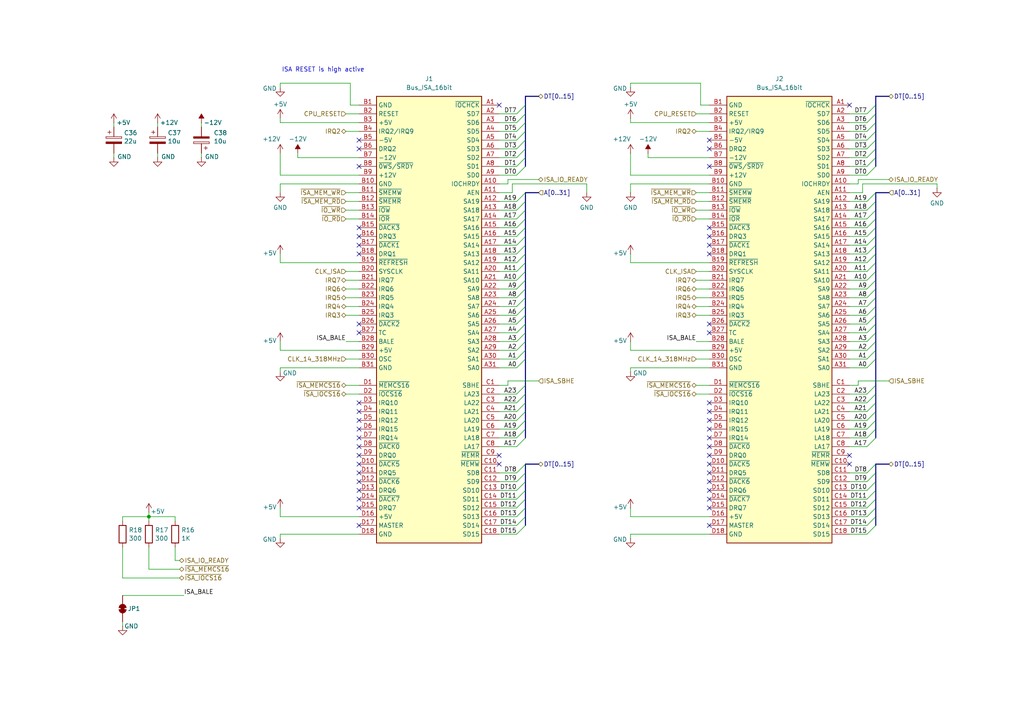
<source format=kicad_sch>
(kicad_sch (version 20250114) (generator "eeschema") (generator_version "9.0")
  (paper "A4")
  (title_block (title "486 Homebrew Computer") (date "2025-12-15") (rev "1 (sch 2.0)") (company "maniek86.xyz"))
  (lib_symbols
    (symbol "Device:C_Polarized" (pin_numbers (hide yes)) (pin_names (offset 0.254))
      (property "Reference" "C" (at 0.635 2.54 0))
      (property "Value" "C_Polarized" (at 0.635 -2.54 0))
      (symbol "C_Polarized_0_1"
        (rectangle (start -2.286 0.508) (end 2.286 1.016))
        (polyline (pts (xy -1.778 2.286) (xy -0.762 2.286)))
        (polyline (pts (xy -1.27 2.794) (xy -1.27 1.778)))
        (rectangle (start 2.286 -0.508) (end -2.286 -1.016) (fill (type outline)))
      )
      (symbol "C_Polarized_1_1"
        (pin passive line (at 0 3.81 270) (length 2.794) (name "~") (number "1"))
        (pin passive line (at 0 -3.81 90) (length 2.794) (name "~") (number "2"))
      )
    )
    (symbol "Device:R" (pin_numbers (hide yes)) (pin_names (offset 0))
      (property "Reference" "R" (at 2.032 0 90))
      (property "Value" "R" (at 0 0 90))
      (symbol "R_0_1"
        (rectangle (start -1.016 -2.54) (end 1.016 2.54) (stroke (width 0.254)))
      )
      (symbol "R_1_1"
        (pin passive line (at 0 3.81 270) (length 1.27) (name "~") (number "1"))
        (pin passive line (at 0 -3.81 90) (length 1.27) (name "~") (number "2"))
      )
    )
    (symbol "Jumper:SolderJumper_2_Bridged" (pin_numbers (hide yes)) (pin_names (offset 0) (hide yes)) (in_bom no)
      (property "Reference" "JP" (at 0 2.032 0))
      (property "Value" "SolderJumper_2_Bridged" (at 0 -2.54 0))
      (symbol "SolderJumper_2_Bridged_0_1"
        (rectangle (start -0.508 0.508) (end 0.508 -0.508) (fill (type outline)))
        (polyline (pts (xy -0.254 1.016) (xy -0.254 -1.016)))
        (arc (start -0.254 -1.016) (mid -1.2656 0) (end -0.254 1.016))
        (arc (start -0.254 -1.016) (mid -1.2656 0) (end -0.254 1.016) (fill (type outline)))
        (arc (start 0.254 1.016) (mid 1.2656 0) (end 0.254 -1.016))
        (arc (start 0.254 1.016) (mid 1.2656 0) (end 0.254 -1.016) (fill (type outline)))
        (polyline (pts (xy 0.254 1.016) (xy 0.254 -1.016)))
      )
      (symbol "SolderJumper_2_Bridged_1_1"
        (pin passive line (at -3.81 0 0) (length 2.54) (name "A") (number "1"))
        (pin passive line (at 3.81 0 180) (length 2.54) (name "B") (number "2"))
      )
    )
    (symbol "power:+12V" (power) (pin_numbers (hide yes)) (pin_names (offset 0) (hide yes))
      (property "Value" "+12V" (at 0 3.556 0))
      (symbol "+12V_0_1"
        (polyline (pts (xy -0.762 1.27) (xy 0 2.54)))
        (polyline (pts (xy 0 2.54) (xy 0.762 1.27)))
        (polyline (pts (xy 0 0) (xy 0 2.54)))
      )
      (symbol "+12V_1_1"
        (pin power_in line (at 0 0 90) (length 0) (name "~") (number "1"))
      )
    )
    (symbol "power:+5V" (power) (pin_numbers (hide yes)) (pin_names (offset 0) (hide yes))
      (property "Value" "+5V" (at 0 3.556 0))
      (symbol "+5V_0_1"
        (polyline (pts (xy -0.762 1.27) (xy 0 2.54)))
        (polyline (pts (xy 0 2.54) (xy 0.762 1.27)))
        (polyline (pts (xy 0 0) (xy 0 2.54)))
      )
      (symbol "+5V_1_1"
        (pin power_in line (at 0 0 90) (length 0) (name "~") (number "1"))
      )
    )
    (symbol "power:-12V" (power) (pin_numbers (hide yes)) (pin_names (offset 0) (hide yes))
      (property "Value" "-12V" (at 0 3.556 0))
      (symbol "-12V_0_0"
        (pin power_in line (at 0 0 90) (length 0) (name "~") (number "1"))
      )
      (symbol "-12V_0_1"
        (polyline (pts (xy 0 0) (xy 0 1.27) (xy 0.762 1.27) (xy 0 2.54) (xy -0.762 1.27) (xy 0 1.27)) (fill (type outline)))
      )
    )
    (symbol "power:GND" (power) (pin_numbers (hide yes)) (pin_names (offset 0) (hide yes))
      (property "Value" "GND" (at 0 -3.81 0))
      (symbol "GND_0_1"
        (polyline (pts (xy 0 0) (xy 0 -1.27) (xy 1.27 -1.27) (xy 0 -2.54) (xy -1.27 -1.27) (xy 0 -1.27)))
      )
      (symbol "GND_1_1"
        (pin power_in line (at 0 0 270) (length 0) (name "~") (number "1"))
      )
    )
    (symbol "sbc486_additional:Bus_ISA_16bit_Slot"
      (property "Reference" "J" (at 0 71.12 0))
      (property "Value" "Bus_ISA_16bit" (at 0 68.58 0))
      (symbol "Bus_ISA_16bit_Slot_0_1"
        (rectangle (start -15.24 -63.5) (end 15.24 66.04) (stroke (width 0.254)) (fill (type background)))
      )
      (symbol "Bus_ISA_16bit_Slot_1_1"
        (pin power_in line (at -20.32 63.5 0) (length 5.08) (name "GND") (number "B1"))
        (pin input line (at -20.32 60.96 0) (length 5.08) (name "RESET") (number "B2"))
        (pin power_in line (at -20.32 58.42 0) (length 5.08) (name "+5V") (number "B3"))
        (pin open_collector line (at -20.32 55.88 0) (length 5.08) (name "IRQ2/IRQ9") (number "B4"))
        (pin power_in line (at -20.32 53.34 0) (length 5.08) (name "-5V") (number "B5"))
        (pin output line (at -20.32 50.8 0) (length 5.08) (name "DRQ2") (number "B6"))
        (pin power_in line (at -20.32 48.26 0) (length 5.08) (name "-12V") (number "B7"))
        (pin passive line (at -20.32 45.72 0) (length 5.08) (name "~{0WS}/~{SRDY}") (number "B8"))
        (pin power_in line (at -20.32 43.18 0) (length 5.08) (name "+12V") (number "B9"))
        (pin power_in line (at -20.32 40.64 0) (length 5.08) (name "GND") (number "B10"))
        (pin tri_state line (at -20.32 38.1 0) (length 5.08) (name "~{SMEMW}") (number "B11"))
        (pin tri_state line (at -20.32 35.56 0) (length 5.08) (name "~{SMEMR}") (number "B12"))
        (pin tri_state line (at -20.32 33.02 0) (length 5.08) (name "~{IOW}") (number "B13"))
        (pin tri_state line (at -20.32 30.48 0) (length 5.08) (name "~{IOR}") (number "B14"))
        (pin input line (at -20.32 27.94 0) (length 5.08) (name "~{DACK3}") (number "B15"))
        (pin output line (at -20.32 25.4 0) (length 5.08) (name "DRQ3") (number "B16"))
        (pin input line (at -20.32 22.86 0) (length 5.08) (name "~{DACK1}") (number "B17"))
        (pin output line (at -20.32 20.32 0) (length 5.08) (name "DRQ1") (number "B18"))
        (pin passive line (at -20.32 17.78 0) (length 5.08) (name "~{REFRESH}") (number "B19"))
        (pin input line (at -20.32 15.24 0) (length 5.08) (name "SYSCLK") (number "B20"))
        (pin open_collector line (at -20.32 12.7 0) (length 5.08) (name "IRQ7") (number "B21"))
        (pin open_collector line (at -20.32 10.16 0) (length 5.08) (name "IRQ6") (number "B22"))
        (pin open_collector line (at -20.32 7.62 0) (length 5.08) (name "IRQ5") (number "B23"))
        (pin open_collector line (at -20.32 5.08 0) (length 5.08) (name "IRQ4") (number "B24"))
        (pin open_collector line (at -20.32 2.54 0) (length 5.08) (name "IRQ3") (number "B25"))
        (pin input line (at -20.32 0 0) (length 5.08) (name "~{DACK2}") (number "B26"))
        (pin input line (at -20.32 -2.54 0) (length 5.08) (name "TC") (number "B27"))
        (pin tri_state line (at -20.32 -5.08 0) (length 5.08) (name "BALE") (number "B28"))
        (pin power_in line (at -20.32 -7.62 0) (length 5.08) (name "+5V") (number "B29"))
        (pin input line (at -20.32 -10.16 0) (length 5.08) (name "OSC") (number "B30"))
        (pin power_in line (at -20.32 -12.7 0) (length 5.08) (name "GND") (number "B31"))
        (pin open_collector line (at -20.32 -17.78 0) (length 5.08) (name "~{MEMCS16}") (number "D1"))
        (pin open_collector line (at -20.32 -20.32 0) (length 5.08) (name "~{IOCS16}") (number "D2"))
        (pin open_collector line (at -20.32 -22.86 0) (length 5.08) (name "IRQ10") (number "D3"))
        (pin open_collector line (at -20.32 -25.4 0) (length 5.08) (name "IRQ11") (number "D4"))
        (pin open_collector line (at -20.32 -27.94 0) (length 5.08) (name "IRQ12") (number "D5"))
        (pin open_collector line (at -20.32 -30.48 0) (length 5.08) (name "IRQ15") (number "D6"))
        (pin open_collector line (at -20.32 -33.02 0) (length 5.08) (name "IRQ14") (number "D7"))
        (pin input line (at -20.32 -35.56 0) (length 5.08) (name "~{DACK0}") (number "D8"))
        (pin output line (at -20.32 -38.1 0) (length 5.08) (name "DRQ0") (number "D9"))
        (pin input line (at -20.32 -40.64 0) (length 5.08) (name "~{DACK5}") (number "D10"))
        (pin output line (at -20.32 -43.18 0) (length 5.08) (name "DRQ5") (number "D11"))
        (pin input line (at -20.32 -45.72 0) (length 5.08) (name "~{DACK6}") (number "D12"))
        (pin output line (at -20.32 -48.26 0) (length 5.08) (name "DRQ6") (number "D13"))
        (pin input line (at -20.32 -50.8 0) (length 5.08) (name "~{DACK7}") (number "D14"))
        (pin output line (at -20.32 -53.34 0) (length 5.08) (name "DRQ7") (number "D15"))
        (pin power_in line (at -20.32 -55.88 0) (length 5.08) (name "+5V") (number "D16"))
        (pin open_collector line (at -20.32 -58.42 0) (length 5.08) (name "MASTER") (number "D17"))
        (pin power_in line (at -20.32 -60.96 0) (length 5.08) (name "GND") (number "D18"))
        (pin open_collector line (at 20.32 63.5 180) (length 5.08) (name "~{IOCHCK}") (number "A1"))
        (pin tri_state line (at 20.32 60.96 180) (length 5.08) (name "SD7") (number "A2"))
        (pin tri_state line (at 20.32 58.42 180) (length 5.08) (name "SD6") (number "A3"))
        (pin tri_state line (at 20.32 55.88 180) (length 5.08) (name "SD5") (number "A4"))
        (pin tri_state line (at 20.32 53.34 180) (length 5.08) (name "SD4") (number "A5"))
        (pin tri_state line (at 20.32 50.8 180) (length 5.08) (name "SD3") (number "A6"))
        (pin tri_state line (at 20.32 48.26 180) (length 5.08) (name "SD2") (number "A7"))
        (pin tri_state line (at 20.32 45.72 180) (length 5.08) (name "SD1") (number "A8"))
        (pin tri_state line (at 20.32 43.18 180) (length 5.08) (name "SD0") (number "A9"))
        (pin open_collector line (at 20.32 40.64 180) (length 5.08) (name "IOCHRDY") (number "A10"))
        (pin input line (at 20.32 38.1 180) (length 5.08) (name "AEN") (number "A11"))
        (pin tri_state line (at 20.32 35.56 180) (length 5.08) (name "SA19") (number "A12"))
        (pin tri_state line (at 20.32 33.02 180) (length 5.08) (name "SA18") (number "A13"))
        (pin tri_state line (at 20.32 30.48 180) (length 5.08) (name "SA17") (number "A14"))
        (pin tri_state line (at 20.32 27.94 180) (length 5.08) (name "SA16") (number "A15"))
        (pin tri_state line (at 20.32 25.4 180) (length 5.08) (name "SA15") (number "A16"))
        (pin tri_state line (at 20.32 22.86 180) (length 5.08) (name "SA14") (number "A17"))
        (pin tri_state line (at 20.32 20.32 180) (length 5.08) (name "SA13") (number "A18"))
        (pin tri_state line (at 20.32 17.78 180) (length 5.08) (name "SA12") (number "A19"))
        (pin tri_state line (at 20.32 15.24 180) (length 5.08) (name "SA11") (number "A20"))
        (pin tri_state line (at 20.32 12.7 180) (length 5.08) (name "SA10") (number "A21"))
        (pin tri_state line (at 20.32 10.16 180) (length 5.08) (name "SA9") (number "A22"))
        (pin tri_state line (at 20.32 7.62 180) (length 5.08) (name "SA8") (number "A23"))
        (pin tri_state line (at 20.32 5.08 180) (length 5.08) (name "SA7") (number "A24"))
        (pin tri_state line (at 20.32 2.54 180) (length 5.08) (name "SA6") (number "A25"))
        (pin tri_state line (at 20.32 0 180) (length 5.08) (name "SA5") (number "A26"))
        (pin tri_state line (at 20.32 -2.54 180) (length 5.08) (name "SA4") (number "A27"))
        (pin tri_state line (at 20.32 -5.08 180) (length 5.08) (name "SA3") (number "A28"))
        (pin tri_state line (at 20.32 -7.62 180) (length 5.08) (name "SA2") (number "A29"))
        (pin tri_state line (at 20.32 -10.16 180) (length 5.08) (name "SA1") (number "A30"))
        (pin tri_state line (at 20.32 -12.7 180) (length 5.08) (name "SA0") (number "A31"))
        (pin tri_state line (at 20.32 -17.78 180) (length 5.08) (name "SBHE") (number "C1"))
        (pin tri_state line (at 20.32 -20.32 180) (length 5.08) (name "LA23") (number "C2"))
        (pin tri_state line (at 20.32 -22.86 180) (length 5.08) (name "LA22") (number "C3"))
        (pin tri_state line (at 20.32 -25.4 180) (length 5.08) (name "LA21") (number "C4"))
        (pin tri_state line (at 20.32 -27.94 180) (length 5.08) (name "LA20") (number "C5"))
        (pin tri_state line (at 20.32 -30.48 180) (length 5.08) (name "LA19") (number "C6"))
        (pin tri_state line (at 20.32 -33.02 180) (length 5.08) (name "LA18") (number "C7"))
        (pin tri_state line (at 20.32 -35.56 180) (length 5.08) (name "LA17") (number "C8"))
        (pin tri_state line (at 20.32 -38.1 180) (length 5.08) (name "~{MEMR}") (number "C9"))
        (pin tri_state line (at 20.32 -40.64 180) (length 5.08) (name "~{MEMW}") (number "C10"))
        (pin tri_state line (at 20.32 -43.18 180) (length 5.08) (name "SD8") (number "C11"))
        (pin tri_state line (at 20.32 -45.72 180) (length 5.08) (name "SD9") (number "C12"))
        (pin tri_state line (at 20.32 -48.26 180) (length 5.08) (name "SD10") (number "C13"))
        (pin tri_state line (at 20.32 -50.8 180) (length 5.08) (name "SD11") (number "C14"))
        (pin tri_state line (at 20.32 -53.34 180) (length 5.08) (name "SD12") (number "C15"))
        (pin tri_state line (at 20.32 -55.88 180) (length 5.08) (name "SD13") (number "C16"))
        (pin tri_state line (at 20.32 -58.42 180) (length 5.08) (name "SD14") (number "C17"))
        (pin tri_state line (at 20.32 -60.96 180) (length 5.08) (name "SD15") (number "C18"))
      )
    )
  )
  (text "ISA RESET is high active" (at 93.726 20.32 0) (effects (font (size 1.27 1.27))))
  (junction (at 43.18 149.86))
  (no_connect (at 144.78 134.62))
  (no_connect (at 205.74 68.58))
  (no_connect (at 104.14 68.58))
  (no_connect (at 205.74 116.84))
  (no_connect (at 205.74 134.62))
  (no_connect (at 104.14 71.12))
  (no_connect (at 104.14 152.4))
  (no_connect (at 205.74 93.98))
  (no_connect (at 104.14 144.78))
  (no_connect (at 205.74 119.38))
  (no_connect (at 205.74 73.66))
  (no_connect (at 104.14 137.16))
  (no_connect (at 144.78 30.48))
  (no_connect (at 104.14 147.32))
  (no_connect (at 205.74 43.18))
  (no_connect (at 205.74 132.08))
  (no_connect (at 205.74 121.92))
  (no_connect (at 104.14 119.38))
  (no_connect (at 104.14 129.54))
  (no_connect (at 246.38 134.62))
  (no_connect (at 104.14 93.98))
  (no_connect (at 104.14 40.64))
  (no_connect (at 205.74 71.12))
  (no_connect (at 205.74 139.7))
  (no_connect (at 205.74 40.64))
  (no_connect (at 104.14 48.26))
  (no_connect (at 246.38 30.48))
  (no_connect (at 205.74 147.32))
  (no_connect (at 205.74 124.46))
  (no_connect (at 104.14 142.24))
  (no_connect (at 205.74 137.16))
  (no_connect (at 205.74 129.54))
  (no_connect (at 104.14 116.84))
  (no_connect (at 144.78 132.08))
  (no_connect (at 104.14 132.08))
  (no_connect (at 104.14 96.52))
  (no_connect (at 205.74 142.24))
  (no_connect (at 205.74 66.04))
  (no_connect (at 104.14 139.7))
  (no_connect (at 205.74 48.26))
  (no_connect (at 104.14 134.62))
  (no_connect (at 104.14 66.04))
  (no_connect (at 104.14 124.46))
  (no_connect (at 205.74 96.52))
  (no_connect (at 246.38 132.08))
  (no_connect (at 104.14 43.18))
  (no_connect (at 104.14 73.66))
  (no_connect (at 205.74 152.4))
  (no_connect (at 205.74 127))
  (no_connect (at 104.14 127))
  (no_connect (at 104.14 121.92))
  (no_connect (at 205.74 144.78))
  (bus_entry (at 149.86 121.92) (size 2.54 -2.54))
  (bus_entry (at 251.46 78.74) (size 2.54 -2.54))
  (bus_entry (at 149.86 76.2) (size 2.54 -2.54))
  (bus_entry (at 149.86 40.64) (size 2.54 -2.54))
  (bus_entry (at 149.86 99.06) (size 2.54 -2.54))
  (bus_entry (at 251.46 152.4) (size 2.54 -2.54))
  (bus_entry (at 149.86 124.46) (size 2.54 -2.54))
  (bus_entry (at 251.46 142.24) (size 2.54 -2.54))
  (bus_entry (at 251.46 91.44) (size 2.54 -2.54))
  (bus_entry (at 251.46 83.82) (size 2.54 -2.54))
  (bus_entry (at 149.86 66.04) (size 2.54 -2.54))
  (bus_entry (at 251.46 106.68) (size 2.54 -2.54))
  (bus_entry (at 149.86 154.94) (size 2.54 -2.54))
  (bus_entry (at 251.46 76.2) (size 2.54 -2.54))
  (bus_entry (at 149.86 83.82) (size 2.54 -2.54))
  (bus_entry (at 251.46 93.98) (size 2.54 -2.54))
  (bus_entry (at 149.86 142.24) (size 2.54 -2.54))
  (bus_entry (at 251.46 139.7) (size 2.54 -2.54))
  (bus_entry (at 251.46 73.66) (size 2.54 -2.54))
  (bus_entry (at 251.46 129.54) (size 2.54 -2.54))
  (bus_entry (at 149.86 81.28) (size 2.54 -2.54))
  (bus_entry (at 251.46 50.8) (size 2.54 -2.54))
  (bus_entry (at 149.86 58.42) (size 2.54 -2.54))
  (bus_entry (at 149.86 101.6) (size 2.54 -2.54))
  (bus_entry (at 251.46 60.96) (size 2.54 -2.54))
  (bus_entry (at 251.46 38.1) (size 2.54 -2.54))
  (bus_entry (at 149.86 60.96) (size 2.54 -2.54))
  (bus_entry (at 251.46 68.58) (size 2.54 -2.54))
  (bus_entry (at 149.86 86.36) (size 2.54 -2.54))
  (bus_entry (at 251.46 101.6) (size 2.54 -2.54))
  (bus_entry (at 251.46 121.92) (size 2.54 -2.54))
  (bus_entry (at 251.46 35.56) (size 2.54 -2.54))
  (bus_entry (at 149.86 35.56) (size 2.54 -2.54))
  (bus_entry (at 149.86 78.74) (size 2.54 -2.54))
  (bus_entry (at 251.46 96.52) (size 2.54 -2.54))
  (bus_entry (at 251.46 40.64) (size 2.54 -2.54))
  (bus_entry (at 251.46 119.38) (size 2.54 -2.54))
  (bus_entry (at 149.86 68.58) (size 2.54 -2.54))
  (bus_entry (at 149.86 139.7) (size 2.54 -2.54))
  (bus_entry (at 251.46 45.72) (size 2.54 -2.54))
  (bus_entry (at 149.86 104.14) (size 2.54 -2.54))
  (bus_entry (at 251.46 71.12) (size 2.54 -2.54))
  (bus_entry (at 149.86 45.72) (size 2.54 -2.54))
  (bus_entry (at 251.46 124.46) (size 2.54 -2.54))
  (bus_entry (at 251.46 86.36) (size 2.54 -2.54))
  (bus_entry (at 149.86 91.44) (size 2.54 -2.54))
  (bus_entry (at 251.46 137.16) (size 2.54 -2.54))
  (bus_entry (at 149.86 106.68) (size 2.54 -2.54))
  (bus_entry (at 149.86 149.86) (size 2.54 -2.54))
  (bus_entry (at 251.46 127) (size 2.54 -2.54))
  (bus_entry (at 149.86 127) (size 2.54 -2.54))
  (bus_entry (at 251.46 88.9) (size 2.54 -2.54))
  (bus_entry (at 251.46 147.32) (size 2.54 -2.54))
  (bus_entry (at 149.86 93.98) (size 2.54 -2.54))
  (bus_entry (at 149.86 116.84) (size 2.54 -2.54))
  (bus_entry (at 149.86 96.52) (size 2.54 -2.54))
  (bus_entry (at 149.86 147.32) (size 2.54 -2.54))
  (bus_entry (at 251.46 104.14) (size 2.54 -2.54))
  (bus_entry (at 251.46 149.86) (size 2.54 -2.54))
  (bus_entry (at 251.46 99.06) (size 2.54 -2.54))
  (bus_entry (at 251.46 144.78) (size 2.54 -2.54))
  (bus_entry (at 251.46 154.94) (size 2.54 -2.54))
  (bus_entry (at 149.86 43.18) (size 2.54 -2.54))
  (bus_entry (at 251.46 114.3) (size 2.54 -2.54))
  (bus_entry (at 251.46 43.18) (size 2.54 -2.54))
  (bus_entry (at 251.46 58.42) (size 2.54 -2.54))
  (bus_entry (at 251.46 48.26) (size 2.54 -2.54))
  (bus_entry (at 149.86 114.3) (size 2.54 -2.54))
  (bus_entry (at 149.86 137.16) (size 2.54 -2.54))
  (bus_entry (at 149.86 50.8) (size 2.54 -2.54))
  (bus_entry (at 149.86 71.12) (size 2.54 -2.54))
  (bus_entry (at 251.46 116.84) (size 2.54 -2.54))
  (bus_entry (at 251.46 33.02) (size 2.54 -2.54))
  (bus_entry (at 149.86 119.38) (size 2.54 -2.54))
  (bus_entry (at 149.86 88.9) (size 2.54 -2.54))
  (bus_entry (at 149.86 144.78) (size 2.54 -2.54))
  (bus_entry (at 251.46 66.04) (size 2.54 -2.54))
  (bus_entry (at 149.86 38.1) (size 2.54 -2.54))
  (bus_entry (at 149.86 63.5) (size 2.54 -2.54))
  (bus_entry (at 149.86 48.26) (size 2.54 -2.54))
  (bus_entry (at 149.86 129.54) (size 2.54 -2.54))
  (bus_entry (at 149.86 73.66) (size 2.54 -2.54))
  (bus_entry (at 149.86 152.4) (size 2.54 -2.54))
  (bus_entry (at 149.86 33.02) (size 2.54 -2.54))
  (bus_entry (at 251.46 63.5) (size 2.54 -2.54))
  (bus_entry (at 251.46 81.28) (size 2.54 -2.54))
  (bus (pts (xy 152.4 149.86) (xy 152.4 152.4)))
  (wire (pts (xy 104.14 58.42) (xy 100.33 58.42)))
  (bus (pts (xy 254 111.76) (xy 254 114.3)))
  (bus (pts (xy 254 134.62) (xy 254 137.16)))
  (wire (pts (xy 250.19 53.34) (xy 250.19 55.88)))
  (wire (pts (xy 100.33 114.3) (xy 104.14 114.3)))
  (wire (pts (xy 246.38 152.4) (xy 251.46 152.4)))
  (wire (pts (xy 170.18 55.88) (xy 170.18 53.34)))
  (wire (pts (xy 100.33 86.36) (xy 104.14 86.36)))
  (wire (pts (xy 144.78 60.96) (xy 149.86 60.96)))
  (wire (pts (xy 81.28 73.66) (xy 81.28 76.2)))
  (bus (pts (xy 254 147.32) (xy 254 149.86)))
  (wire (pts (xy 81.28 156.21) (xy 81.28 154.94)))
  (wire (pts (xy 148.59 53.34) (xy 148.59 55.88)))
  (wire (pts (xy 205.74 35.56) (xy 182.88 35.56)))
  (bus (pts (xy 152.4 93.98) (xy 152.4 91.44)))
  (bus (pts (xy 152.4 71.12) (xy 152.4 68.58)))
  (wire (pts (xy 104.14 63.5) (xy 100.33 63.5)))
  (wire (pts (xy 144.78 116.84) (xy 149.86 116.84)))
  (bus (pts (xy 152.4 116.84) (xy 152.4 119.38)))
  (wire (pts (xy 205.74 78.74) (xy 201.93 78.74)))
  (wire (pts (xy 248.92 52.07) (xy 257.81 52.07)))
  (wire (pts (xy 246.38 121.92) (xy 251.46 121.92)))
  (wire (pts (xy 205.74 30.48) (xy 203.2 30.48)))
  (wire (pts (xy 35.56 180.34) (xy 35.56 181.61)))
  (wire (pts (xy 81.28 53.34) (xy 104.14 53.34)))
  (bus (pts (xy 254 124.46) (xy 254 127)))
  (wire (pts (xy 246.38 35.56) (xy 251.46 35.56)))
  (wire (pts (xy 52.07 162.56) (xy 50.8 162.56)))
  (wire (pts (xy 147.32 110.49) (xy 156.21 110.49)))
  (wire (pts (xy 246.38 68.58) (xy 251.46 68.58)))
  (bus (pts (xy 152.4 30.48) (xy 152.4 33.02)))
  (wire (pts (xy 246.38 144.78) (xy 251.46 144.78)))
  (bus (pts (xy 152.4 68.58) (xy 152.4 66.04)))
  (wire (pts (xy 182.88 154.94) (xy 205.74 154.94)))
  (wire (pts (xy 104.14 35.56) (xy 81.28 35.56)))
  (wire (pts (xy 104.14 55.88) (xy 100.33 55.88)))
  (wire (pts (xy 182.88 44.45) (xy 182.88 50.8)))
  (bus (pts (xy 254 76.2) (xy 254 73.66)))
  (wire (pts (xy 45.72 44.45) (xy 45.72 45.72)))
  (wire (pts (xy 246.38 48.26) (xy 251.46 48.26)))
  (wire (pts (xy 101.6 24.13) (xy 81.28 24.13)))
  (wire (pts (xy 246.38 142.24) (xy 251.46 142.24)))
  (wire (pts (xy 246.38 116.84) (xy 251.46 116.84)))
  (wire (pts (xy 58.42 44.45) (xy 58.42 45.72)))
  (wire (pts (xy 100.33 104.14) (xy 104.14 104.14)))
  (wire (pts (xy 50.8 158.75) (xy 50.8 162.56)))
  (wire (pts (xy 205.74 55.88) (xy 201.93 55.88)))
  (wire (pts (xy 182.88 50.8) (xy 205.74 50.8)))
  (wire (pts (xy 248.92 111.76) (xy 248.92 110.49)))
  (wire (pts (xy 147.32 53.34) (xy 147.32 52.07)))
  (wire (pts (xy 104.14 60.96) (xy 100.33 60.96)))
  (wire (pts (xy 144.78 38.1) (xy 149.86 38.1)))
  (wire (pts (xy 144.78 40.64) (xy 149.86 40.64)))
  (wire (pts (xy 144.78 152.4) (xy 149.86 152.4)))
  (wire (pts (xy 246.38 129.54) (xy 251.46 129.54)))
  (bus (pts (xy 254 35.56) (xy 254 38.1)))
  (wire (pts (xy 246.38 43.18) (xy 251.46 43.18)))
  (wire (pts (xy 144.78 35.56) (xy 149.86 35.56)))
  (wire (pts (xy 182.88 101.6) (xy 205.74 101.6)))
  (bus (pts (xy 254 81.28) (xy 254 78.74)))
  (wire (pts (xy 144.78 114.3) (xy 149.86 114.3)))
  (wire (pts (xy 246.38 66.04) (xy 251.46 66.04)))
  (wire (pts (xy 246.38 81.28) (xy 251.46 81.28)))
  (wire (pts (xy 246.38 63.5) (xy 251.46 63.5)))
  (bus (pts (xy 254 137.16) (xy 254 139.7)))
  (wire (pts (xy 144.78 139.7) (xy 149.86 139.7)))
  (wire (pts (xy 100.33 111.76) (xy 104.14 111.76)))
  (wire (pts (xy 182.88 53.34) (xy 205.74 53.34)))
  (wire (pts (xy 81.28 50.8) (xy 104.14 50.8)))
  (bus (pts (xy 152.4 78.74) (xy 152.4 76.2)))
  (wire (pts (xy 35.56 151.13) (xy 35.56 149.86)))
  (wire (pts (xy 246.38 111.76) (xy 248.92 111.76)))
  (wire (pts (xy 100.33 99.06) (xy 104.14 99.06)))
  (wire (pts (xy 246.38 38.1) (xy 251.46 38.1)))
  (wire (pts (xy 144.78 88.9) (xy 149.86 88.9)))
  (bus (pts (xy 152.4 147.32) (xy 152.4 149.86)))
  (bus (pts (xy 254 27.94) (xy 254 30.48)))
  (wire (pts (xy 144.78 119.38) (xy 149.86 119.38)))
  (wire (pts (xy 246.38 45.72) (xy 251.46 45.72)))
  (wire (pts (xy 35.56 167.64) (xy 52.07 167.64)))
  (wire (pts (xy 205.74 58.42) (xy 201.93 58.42)))
  (wire (pts (xy 81.28 107.95) (xy 81.28 106.68)))
  (wire (pts (xy 144.78 147.32) (xy 149.86 147.32)))
  (bus (pts (xy 257.81 27.94) (xy 254 27.94)))
  (wire (pts (xy 182.88 24.13) (xy 182.88 25.4)))
  (bus (pts (xy 254 104.14) (xy 254 111.76)))
  (bus (pts (xy 254 33.02) (xy 254 35.56)))
  (bus (pts (xy 254 30.48) (xy 254 33.02)))
  (bus (pts (xy 254 78.74) (xy 254 76.2)))
  (bus (pts (xy 254 86.36) (xy 254 83.82)))
  (bus (pts (xy 152.4 134.62) (xy 152.4 137.16)))
  (wire (pts (xy 144.78 137.16) (xy 149.86 137.16)))
  (wire (pts (xy 144.78 127) (xy 149.86 127)))
  (bus (pts (xy 152.4 91.44) (xy 152.4 88.9)))
  (wire (pts (xy 144.78 78.74) (xy 149.86 78.74)))
  (wire (pts (xy 81.28 76.2) (xy 104.14 76.2)))
  (wire (pts (xy 147.32 52.07) (xy 156.21 52.07)))
  (wire (pts (xy 201.93 114.3) (xy 205.74 114.3)))
  (wire (pts (xy 81.28 34.29) (xy 81.28 35.56)))
  (wire (pts (xy 182.88 106.68) (xy 205.74 106.68)))
  (wire (pts (xy 104.14 38.1) (xy 100.33 38.1)))
  (wire (pts (xy 246.38 71.12) (xy 251.46 71.12)))
  (wire (pts (xy 182.88 76.2) (xy 205.74 76.2)))
  (wire (pts (xy 182.88 99.06) (xy 182.88 101.6)))
  (wire (pts (xy 144.78 66.04) (xy 149.86 66.04)))
  (bus (pts (xy 254 149.86) (xy 254 152.4)))
  (wire (pts (xy 201.93 86.36) (xy 205.74 86.36)))
  (wire (pts (xy 246.38 154.94) (xy 251.46 154.94)))
  (bus (pts (xy 152.4 111.76) (xy 152.4 114.3)))
  (bus (pts (xy 254 104.14) (xy 254 101.6)))
  (wire (pts (xy 81.28 101.6) (xy 104.14 101.6)))
  (wire (pts (xy 246.38 101.6) (xy 251.46 101.6)))
  (wire (pts (xy 33.02 35.56) (xy 33.02 36.83)))
  (bus (pts (xy 152.4 45.72) (xy 152.4 48.26)))
  (wire (pts (xy 104.14 78.74) (xy 100.33 78.74)))
  (wire (pts (xy 144.78 71.12) (xy 149.86 71.12)))
  (wire (pts (xy 100.33 33.02) (xy 104.14 33.02)))
  (wire (pts (xy 182.88 73.66) (xy 182.88 76.2)))
  (wire (pts (xy 144.78 68.58) (xy 149.86 68.58)))
  (wire (pts (xy 33.02 44.45) (xy 33.02 45.72)))
  (wire (pts (xy 81.28 149.86) (xy 81.28 147.32)))
  (wire (pts (xy 43.18 158.75) (xy 43.18 165.1)))
  (bus (pts (xy 254 60.96) (xy 254 58.42)))
  (wire (pts (xy 144.78 81.28) (xy 149.86 81.28)))
  (wire (pts (xy 246.38 60.96) (xy 251.46 60.96)))
  (wire (pts (xy 81.28 24.13) (xy 81.28 25.4)))
  (wire (pts (xy 246.38 53.34) (xy 248.92 53.34)))
  (wire (pts (xy 86.36 45.72) (xy 86.36 44.45)))
  (wire (pts (xy 246.38 99.06) (xy 251.46 99.06)))
  (wire (pts (xy 147.32 111.76) (xy 147.32 110.49)))
  (wire (pts (xy 201.93 33.02) (xy 205.74 33.02)))
  (wire (pts (xy 246.38 96.52) (xy 251.46 96.52)))
  (bus (pts (xy 152.4 60.96) (xy 152.4 58.42)))
  (wire (pts (xy 205.74 63.5) (xy 201.93 63.5)))
  (wire (pts (xy 144.78 124.46) (xy 149.86 124.46)))
  (wire (pts (xy 250.19 53.34) (xy 271.78 53.34)))
  (bus (pts (xy 254 71.12) (xy 254 68.58)))
  (bus (pts (xy 254 55.88) (xy 257.81 55.88)))
  (wire (pts (xy 182.88 107.95) (xy 182.88 106.68)))
  (wire (pts (xy 246.38 76.2) (xy 251.46 76.2)))
  (wire (pts (xy 81.28 99.06) (xy 81.28 101.6)))
  (wire (pts (xy 144.78 154.94) (xy 149.86 154.94)))
  (wire (pts (xy 144.78 73.66) (xy 149.86 73.66)))
  (wire (pts (xy 187.96 45.72) (xy 187.96 44.45)))
  (bus (pts (xy 254 40.64) (xy 254 43.18)))
  (wire (pts (xy 43.18 149.86) (xy 50.8 149.86)))
  (wire (pts (xy 100.33 83.82) (xy 104.14 83.82)))
  (wire (pts (xy 144.78 101.6) (xy 149.86 101.6)))
  (wire (pts (xy 144.78 45.72) (xy 149.86 45.72)))
  (wire (pts (xy 144.78 106.68) (xy 149.86 106.68)))
  (wire (pts (xy 201.93 91.44) (xy 205.74 91.44)))
  (wire (pts (xy 144.78 96.52) (xy 149.86 96.52)))
  (wire (pts (xy 144.78 144.78) (xy 149.86 144.78)))
  (wire (pts (xy 35.56 158.75) (xy 35.56 167.64)))
  (wire (pts (xy 182.88 53.34) (xy 182.88 55.88)))
  (wire (pts (xy 144.78 93.98) (xy 149.86 93.98)))
  (wire (pts (xy 100.33 91.44) (xy 104.14 91.44)))
  (bus (pts (xy 156.21 27.94) (xy 152.4 27.94)))
  (bus (pts (xy 254 99.06) (xy 254 96.52)))
  (bus (pts (xy 152.4 83.82) (xy 152.4 81.28)))
  (bus (pts (xy 152.4 86.36) (xy 152.4 83.82)))
  (bus (pts (xy 254 58.42) (xy 254 55.88)))
  (wire (pts (xy 45.72 35.56) (xy 45.72 36.83)))
  (wire (pts (xy 203.2 30.48) (xy 203.2 24.13)))
  (bus (pts (xy 254 114.3) (xy 254 116.84)))
  (bus (pts (xy 254 101.6) (xy 254 99.06)))
  (wire (pts (xy 81.28 44.45) (xy 81.28 50.8)))
  (bus (pts (xy 254 93.98) (xy 254 91.44)))
  (wire (pts (xy 144.78 104.14) (xy 149.86 104.14)))
  (wire (pts (xy 246.38 91.44) (xy 251.46 91.44)))
  (wire (pts (xy 182.88 156.21) (xy 182.88 154.94)))
  (bus (pts (xy 152.4 33.02) (xy 152.4 35.56)))
  (wire (pts (xy 35.56 172.72) (xy 53.34 172.72)))
  (wire (pts (xy 246.38 124.46) (xy 251.46 124.46)))
  (bus (pts (xy 254 43.18) (xy 254 45.72)))
  (bus (pts (xy 152.4 124.46) (xy 152.4 127)))
  (bus (pts (xy 254 96.52) (xy 254 93.98)))
  (wire (pts (xy 81.28 149.86) (xy 104.14 149.86)))
  (wire (pts (xy 201.93 99.06) (xy 205.74 99.06)))
  (bus (pts (xy 152.4 58.42) (xy 152.4 55.88)))
  (wire (pts (xy 246.38 149.86) (xy 251.46 149.86)))
  (wire (pts (xy 246.38 104.14) (xy 251.46 104.14)))
  (bus (pts (xy 152.4 119.38) (xy 152.4 121.92)))
  (wire (pts (xy 246.38 137.16) (xy 251.46 137.16)))
  (wire (pts (xy 81.28 154.94) (xy 104.14 154.94)))
  (wire (pts (xy 52.07 165.1) (xy 43.18 165.1)))
  (bus (pts (xy 254 142.24) (xy 254 144.78)))
  (wire (pts (xy 248.92 110.49) (xy 257.81 110.49)))
  (wire (pts (xy 144.78 111.76) (xy 147.32 111.76)))
  (wire (pts (xy 201.93 104.14) (xy 205.74 104.14)))
  (bus (pts (xy 152.4 88.9) (xy 152.4 86.36)))
  (wire (pts (xy 100.33 81.28) (xy 104.14 81.28)))
  (bus (pts (xy 254 116.84) (xy 254 119.38)))
  (wire (pts (xy 246.38 83.82) (xy 251.46 83.82)))
  (wire (pts (xy 144.78 50.8) (xy 149.86 50.8)))
  (wire (pts (xy 144.78 129.54) (xy 149.86 129.54)))
  (bus (pts (xy 152.4 35.56) (xy 152.4 38.1)))
  (bus (pts (xy 152.4 101.6) (xy 152.4 99.06)))
  (bus (pts (xy 152.4 142.24) (xy 152.4 144.78)))
  (wire (pts (xy 144.78 43.18) (xy 149.86 43.18)))
  (bus (pts (xy 152.4 81.28) (xy 152.4 78.74)))
  (wire (pts (xy 144.78 121.92) (xy 149.86 121.92)))
  (bus (pts (xy 152.4 40.64) (xy 152.4 43.18)))
  (wire (pts (xy 246.38 78.74) (xy 251.46 78.74)))
  (wire (pts (xy 246.38 86.36) (xy 251.46 86.36)))
  (bus (pts (xy 152.4 104.14) (xy 152.4 101.6)))
  (wire (pts (xy 205.74 38.1) (xy 201.93 38.1)))
  (bus (pts (xy 152.4 121.92) (xy 152.4 124.46)))
  (bus (pts (xy 254 119.38) (xy 254 121.92)))
  (bus (pts (xy 254 121.92) (xy 254 124.46)))
  (bus (pts (xy 152.4 38.1) (xy 152.4 40.64)))
  (wire (pts (xy 205.74 60.96) (xy 201.93 60.96)))
  (bus (pts (xy 254 91.44) (xy 254 88.9)))
  (bus (pts (xy 152.4 139.7) (xy 152.4 142.24)))
  (wire (pts (xy 246.38 139.7) (xy 251.46 139.7)))
  (wire (pts (xy 246.38 58.42) (xy 251.46 58.42)))
  (bus (pts (xy 152.4 99.06) (xy 152.4 96.52)))
  (bus (pts (xy 254 45.72) (xy 254 48.26)))
  (bus (pts (xy 152.4 144.78) (xy 152.4 147.32)))
  (wire (pts (xy 203.2 24.13) (xy 182.88 24.13)))
  (wire (pts (xy 246.38 73.66) (xy 251.46 73.66)))
  (wire (pts (xy 246.38 40.64) (xy 251.46 40.64)))
  (wire (pts (xy 144.78 99.06) (xy 149.86 99.06)))
  (bus (pts (xy 152.4 114.3) (xy 152.4 116.84)))
  (bus (pts (xy 254 38.1) (xy 254 40.64)))
  (wire (pts (xy 148.59 53.34) (xy 170.18 53.34)))
  (wire (pts (xy 144.78 83.82) (xy 149.86 83.82)))
  (bus (pts (xy 152.4 96.52) (xy 152.4 93.98)))
  (bus (pts (xy 254 83.82) (xy 254 81.28)))
  (wire (pts (xy 144.78 142.24) (xy 149.86 142.24)))
  (wire (pts (xy 271.78 54.61) (xy 271.78 53.34)))
  (wire (pts (xy 246.38 50.8) (xy 251.46 50.8)))
  (wire (pts (xy 201.93 83.82) (xy 205.74 83.82)))
  (bus (pts (xy 152.4 55.88) (xy 156.21 55.88)))
  (wire (pts (xy 246.38 33.02) (xy 251.46 33.02)))
  (wire (pts (xy 201.93 111.76) (xy 205.74 111.76)))
  (wire (pts (xy 246.38 106.68) (xy 251.46 106.68)))
  (wire (pts (xy 144.78 48.26) (xy 149.86 48.26)))
  (wire (pts (xy 246.38 147.32) (xy 251.46 147.32)))
  (wire (pts (xy 182.88 149.86) (xy 205.74 149.86)))
  (wire (pts (xy 182.88 149.86) (xy 182.88 147.32)))
  (wire (pts (xy 144.78 58.42) (xy 149.86 58.42)))
  (wire (pts (xy 100.33 88.9) (xy 104.14 88.9)))
  (bus (pts (xy 254 68.58) (xy 254 66.04)))
  (wire (pts (xy 81.28 53.34) (xy 81.28 55.88)))
  (wire (pts (xy 246.38 114.3) (xy 251.46 114.3)))
  (wire (pts (xy 246.38 93.98) (xy 251.46 93.98)))
  (bus (pts (xy 152.4 137.16) (xy 152.4 139.7)))
  (wire (pts (xy 50.8 149.86) (xy 50.8 151.13)))
  (bus (pts (xy 152.4 73.66) (xy 152.4 71.12)))
  (bus (pts (xy 152.4 27.94) (xy 152.4 30.48)))
  (wire (pts (xy 81.28 106.68) (xy 104.14 106.68)))
  (wire (pts (xy 104.14 30.48) (xy 101.6 30.48)))
  (bus (pts (xy 156.21 134.62) (xy 152.4 134.62)))
  (wire (pts (xy 144.78 149.86) (xy 149.86 149.86)))
  (bus (pts (xy 152.4 63.5) (xy 152.4 60.96)))
  (wire (pts (xy 144.78 63.5) (xy 149.86 63.5)))
  (bus (pts (xy 152.4 43.18) (xy 152.4 45.72)))
  (bus (pts (xy 254 63.5) (xy 254 60.96)))
  (bus (pts (xy 254 73.66) (xy 254 71.12)))
  (wire (pts (xy 58.42 35.56) (xy 58.42 36.83)))
  (wire (pts (xy 187.96 45.72) (xy 205.74 45.72)))
  (wire (pts (xy 86.36 45.72) (xy 104.14 45.72)))
  (wire (pts (xy 144.78 86.36) (xy 149.86 86.36)))
  (bus (pts (xy 254 144.78) (xy 254 147.32)))
  (bus (pts (xy 254 66.04) (xy 254 63.5)))
  (bus (pts (xy 257.81 134.62) (xy 254 134.62)))
  (wire (pts (xy 246.38 119.38) (xy 251.46 119.38)))
  (bus (pts (xy 254 139.7) (xy 254 142.24)))
  (wire (pts (xy 35.56 149.86) (xy 43.18 149.86)))
  (wire (pts (xy 144.78 91.44) (xy 149.86 91.44)))
  (wire (pts (xy 246.38 127) (xy 251.46 127)))
  (wire (pts (xy 144.78 53.34) (xy 147.32 53.34)))
  (wire (pts (xy 144.78 33.02) (xy 149.86 33.02)))
  (bus (pts (xy 254 88.9) (xy 254 86.36)))
  (wire (pts (xy 144.78 76.2) (xy 149.86 76.2)))
  (wire (pts (xy 248.92 53.34) (xy 248.92 52.07)))
  (wire (pts (xy 246.38 88.9) (xy 251.46 88.9)))
  (wire (pts (xy 201.93 88.9) (xy 205.74 88.9)))
  (wire (pts (xy 101.6 30.48) (xy 101.6 24.13)))
  (wire (pts (xy 246.38 55.88) (xy 250.19 55.88)))
  (bus (pts (xy 152.4 76.2) (xy 152.4 73.66)))
  (wire (pts (xy 43.18 149.86) (xy 43.18 151.13)))
  (wire (pts (xy 182.88 34.29) (xy 182.88 35.56)))
  (wire (pts (xy 43.18 148.59) (xy 43.18 149.86)))
  (wire (pts (xy 144.78 55.88) (xy 148.59 55.88)))
  (bus (pts (xy 152.4 104.14) (xy 152.4 111.76)))
  (bus (pts (xy 152.4 66.04) (xy 152.4 63.5)))
  (wire (pts (xy 201.93 81.28) (xy 205.74 81.28)))
  (label "DT6" (at 251.46 35.56 180))
  (label "DT12" (at 251.46 147.32 180))
  (label "DT15" (at 149.86 154.94 180))
  (label "DT2" (at 149.86 45.72 180))
  (label "A1" (at 149.86 104.14 180))
  (label "DT13" (at 149.86 149.86 180))
  (label "A17" (at 149.86 63.5 180))
  (label "DT4" (at 251.46 40.64 180))
  (label "DT9" (at 251.46 139.7 180))
  (label "A13" (at 251.46 73.66 180))
  (label "A0" (at 149.86 106.68 180))
  (label "A3" (at 149.86 99.06 180))
  (label "A20" (at 149.86 121.92 180))
  (label "A1" (at 251.46 104.14 180))
  (label "A19" (at 251.46 58.42 180))
  (label "A6" (at 149.86 91.44 180))
  (label "A18" (at 251.46 60.96 180))
  (label "DT4" (at 149.86 40.64 180))
  (label "A16" (at 251.46 66.04 180))
  (label "A4" (at 251.46 96.52 180))
  (label "ISA_BALE" (at 100.33 99.06 180))
  (label "DT0" (at 149.86 50.8 180))
  (label "A0" (at 251.46 106.68 180))
  (label "A18" (at 149.86 60.96 180))
  (label "A13" (at 149.86 73.66 180))
  (label "A5" (at 149.86 93.98 180))
  (label "A22" (at 251.46 116.84 180))
  (label "A21" (at 251.46 119.38 180))
  (label "A2" (at 251.46 101.6 180))
  (label "DT15" (at 251.46 154.94 180))
  (label "DT11" (at 251.46 144.78 180))
  (label "DT5" (at 149.86 38.1 180))
  (label "A9" (at 149.86 83.82 180))
  (label "A11" (at 251.46 78.74 180))
  (label "DT14" (at 149.86 152.4 180))
  (label "A11" (at 149.86 78.74 180))
  (label "A5" (at 251.46 93.98 180))
  (label "A6" (at 251.46 91.44 180))
  (label "DT7" (at 251.46 33.02 180))
  (label "A19" (at 251.46 124.46 180))
  (label "DT13" (at 251.46 149.86 180))
  (label "A7" (at 149.86 88.9 180))
  (label "A17" (at 251.46 129.54 180))
  (label "DT8" (at 251.46 137.16 180))
  (label "A9" (at 251.46 83.82 180))
  (label "DT11" (at 149.86 144.78 180))
  (label "DT6" (at 149.86 35.56 180))
  (label "DT10" (at 149.86 142.24 180))
  (label "DT8" (at 149.86 137.16 180))
  (label "A14" (at 251.46 71.12 180))
  (label "DT3" (at 149.86 43.18 180))
  (label "DT2" (at 251.46 45.72 180))
  (label "A7" (at 251.46 88.9 180))
  (label "DT1" (at 251.46 48.26 180))
  (label "A10" (at 251.46 81.28 180))
  (label "A23" (at 251.46 114.3 180))
  (label "DT12" (at 149.86 147.32 180))
  (label "A20" (at 251.46 121.92 180))
  (label "A10" (at 149.86 81.28 180))
  (label "A8" (at 149.86 86.36 180))
  (label "A12" (at 149.86 76.2 180))
  (label "DT9" (at 149.86 139.7 180))
  (label "A14" (at 149.86 71.12 180))
  (label "A3" (at 251.46 99.06 180))
  (label "DT10" (at 251.46 142.24 180))
  (label "A18" (at 149.86 127 180))
  (label "DT7" (at 149.86 33.02 180))
  (label "A2" (at 149.86 101.6 180))
  (label "A12" (at 251.46 76.2 180))
  (label "DT1" (at 149.86 48.26 180))
  (label "A21" (at 149.86 119.38 180))
  (label "A19" (at 149.86 124.46 180))
  (label "A17" (at 251.46 63.5 180))
  (label "ISA_BALE" (at 201.93 99.06 180))
  (label "A22" (at 149.86 116.84 180))
  (label "A23" (at 149.86 114.3 180))
  (label "ISA_BALE" (at 53.34 172.72 0))
  (label "A15" (at 149.86 68.58 180))
  (label "A16" (at 149.86 66.04 180))
  (label "A8" (at 251.46 86.36 180))
  (label "A18" (at 251.46 127 180))
  (label "DT0" (at 251.46 50.8 180))
  (label "DT3" (at 251.46 43.18 180))
  (label "A15" (at 251.46 68.58 180))
  (label "A17" (at 149.86 129.54 180))
  (label "DT5" (at 251.46 38.1 180))
  (label "DT14" (at 251.46 152.4 180))
  (label "A4" (at 149.86 96.52 180))
  (label "A19" (at 149.86 58.42 180))
  (hierarchical_label "DT[0..15]" (shape bidirectional) (at 257.81 27.94 0))
  (hierarchical_label "~{ISA_MEM_WR}" (shape input) (at 201.93 55.88 180))
  (hierarchical_label "~{IO_WR}" (shape input) (at 201.93 60.96 180))
  (hierarchical_label "IRQ2" (shape tri_state) (at 201.93 38.1 180))
  (hierarchical_label "CLK_ISA" (shape input) (at 201.93 78.74 180))
  (hierarchical_label "~{IO_RD}" (shape input) (at 100.33 63.5 180))
  (hierarchical_label "~{ISA_MEM_WR}" (shape input) (at 100.33 55.88 180))
  (hierarchical_label "IRQ7" (shape tri_state) (at 100.33 81.28 180))
  (hierarchical_label "IRQ5" (shape tri_state) (at 201.93 86.36 180))
  (hierarchical_label "~{ISA_MEM_RD}" (shape input) (at 201.93 58.42 180))
  (hierarchical_label "~{ISA_IOCS16}" (shape tri_state) (at 201.93 114.3 180))
  (hierarchical_label "ISA_SBHE" (shape input) (at 156.21 110.49 0))
  (hierarchical_label "IRQ4" (shape tri_state) (at 201.93 88.9 180))
  (hierarchical_label "A[0..31]" (shape input) (at 156.21 55.88 0))
  (hierarchical_label "ISA_IO_READY" (shape tri_state) (at 52.07 162.56 0))
  (hierarchical_label "IRQ4" (shape tri_state) (at 100.33 88.9 180))
  (hierarchical_label "~{IO_WR}" (shape input) (at 100.33 60.96 180))
  (hierarchical_label "ISA_SBHE" (shape input) (at 257.81 110.49 0))
  (hierarchical_label "DT[0..15]" (shape bidirectional) (at 257.81 134.62 0))
  (hierarchical_label "IRQ3" (shape tri_state) (at 100.33 91.44 180))
  (hierarchical_label "A[0..31]" (shape input) (at 257.81 55.88 0))
  (hierarchical_label "DT[0..15]" (shape bidirectional) (at 156.21 27.94 0))
  (hierarchical_label "CLK_14_318MHz" (shape input) (at 201.93 104.14 180))
  (hierarchical_label "CLK_ISA" (shape input) (at 100.33 78.74 180))
  (hierarchical_label "IRQ3" (shape tri_state) (at 201.93 91.44 180))
  (hierarchical_label "IRQ2" (shape tri_state) (at 100.33 38.1 180))
  (hierarchical_label "~{ISA_MEM_RD}" (shape input) (at 100.33 58.42 180))
  (hierarchical_label "~{IO_RD}" (shape input) (at 201.93 63.5 180))
  (hierarchical_label "~{ISA_IOCS16}" (shape tri_state) (at 100.33 114.3 180))
  (hierarchical_label "CPU_RESET" (shape input) (at 100.33 33.02 180))
  (hierarchical_label "ISA_IO_READY" (shape tri_state) (at 257.81 52.07 0))
  (hierarchical_label "CPU_RESET" (shape input) (at 201.93 33.02 180))
  (hierarchical_label "IRQ6" (shape tri_state) (at 201.93 83.82 180))
  (hierarchical_label "~{ISA_MEMCS16}" (shape tri_state) (at 201.93 111.76 180))
  (hierarchical_label "DT[0..15]" (shape bidirectional) (at 156.21 134.62 0))
  (hierarchical_label "ISA_IO_READY" (shape tri_state) (at 156.21 52.07 0))
  (hierarchical_label "IRQ6" (shape tri_state) (at 100.33 83.82 180))
  (hierarchical_label "IRQ7" (shape tri_state) (at 201.93 81.28 180))
  (hierarchical_label "IRQ5" (shape tri_state) (at 100.33 86.36 180))
  (hierarchical_label "~{ISA_IOCS16}" (shape tri_state) (at 52.07 167.64 0))
  (hierarchical_label "~{ISA_MEMCS16}" (shape tri_state) (at 100.33 111.76 180))
  (hierarchical_label "~{ISA_MEMCS16}" (shape tri_state) (at 52.07 165.1 0))
  (hierarchical_label "CLK_14_318MHz" (shape input) (at 100.33 104.14 180))
  (symbol (lib_id "power:+5V") (at 182.88 73.66 0) (unit 1)
    (property "Reference" "#PWR0193" (effects (hide yes)))
    (property "Value" "+5V" (at 179.832 73.406 0))
    (property "Description" "Power symbol creates a global label with name \"+5V\"" (effects (hide yes)))
  )
  (symbol (lib_id "power:GND") (at 81.28 55.88 0) (unit 1)
    (property "Reference" "#PWR029" (effects (hide yes)))
    (property "Value" "GND" (at 81.28 60.198 0))
    (property "Description" "Power symbol creates a global label with name \"GND\" , ground" (effects (hide yes)))
  )
  (symbol (lib_id "power:GND") (at 81.28 107.95 0) (unit 1)
    (property "Reference" "#PWR028" (effects (hide yes)))
    (property "Value" "GND" (at 84.074 108.204 0))
    (property "Description" "Power symbol creates a global label with name \"GND\" , ground" (effects (hide yes)))
  )
  (symbol (lib_id "power:+12V") (at 45.72 35.56 0) (unit 1)
    (property "Reference" "#PWR0137" (effects (hide yes)))
    (property "Value" "+12V" (at 49.022 35.56 0))
    (property "Description" "Power symbol creates a global label with name \"+12V\"" (effects (hide yes)))
  )
  (symbol (lib_id "power:-12V") (at 187.96 44.45 0) (unit 1)
    (property "Reference" "#PWR0192" (effects (hide yes)))
    (property "Value" "-12V" (at 187.96 40.3169 0))
    (property "Description" "Power symbol creates a global label with name \"-12V\"" (effects (hide yes)))
  )
  (symbol (lib_id "power:+5V") (at 81.28 99.06 0) (unit 1)
    (property "Reference" "#PWR036" (effects (hide yes)))
    (property "Value" "+5V" (at 78.232 98.806 0))
    (property "Description" "Power symbol creates a global label with name \"+5V\"" (effects (hide yes)))
  )
  (symbol (lib_id "power:+5V") (at 81.28 73.66 0) (unit 1)
    (property "Reference" "#PWR0106" (effects (hide yes)))
    (property "Value" "+5V" (at 78.232 73.406 0))
    (property "Description" "Power symbol creates a global label with name \"+5V\"" (effects (hide yes)))
  )
  (symbol (lib_id "power:-12V") (at 86.36 44.45 0) (unit 1)
    (property "Reference" "#PWR034" (effects (hide yes)))
    (property "Value" "-12V" (at 86.36 40.3169 0))
    (property "Description" "Power symbol creates a global label with name \"-12V\"" (effects (hide yes)))
  )
  (symbol (lib_id "power:GND") (at 182.88 107.95 0) (unit 1)
    (property "Reference" "#PWR0188" (effects (hide yes)))
    (property "Value" "GND" (at 185.674 108.204 0))
    (property "Description" "Power symbol creates a global label with name \"GND\" , ground" (effects (hide yes)))
  )
  (symbol (lib_id "power:+5V") (at 81.28 147.32 0) (unit 1)
    (property "Reference" "#PWR035" (effects (hide yes)))
    (property "Value" "+5V" (at 78.232 147.066 0))
    (property "Description" "Power symbol creates a global label with name \"+5V\"" (effects (hide yes)))
  )
  (symbol (lib_id "power:GND") (at 81.28 156.21 0) (unit 1)
    (property "Reference" "#PWR031" (effects (hide yes)))
    (property "Value" "GND" (at 78.232 156.464 0))
    (property "Description" "Power symbol creates a global label with name \"GND\" , ground" (effects (hide yes)))
  )
  (symbol (lib_id "power:GND") (at 58.42 45.72 0) (unit 1)
    (property "Reference" "#PWR0140" (effects (hide yes)))
    (property "Value" "GND" (at 61.468 45.466 0))
    (property "Description" "Power symbol creates a global label with name \"GND\" , ground" (effects (hide yes)))
  )
  (symbol (lib_id "power:-12V") (at 58.42 35.56 0) (unit 1)
    (property "Reference" "#PWR0139" (effects (hide yes)))
    (property "Value" "-12V" (at 61.722 35.56 0))
    (property "Description" "Power symbol creates a global label with name \"-12V\"" (effects (hide yes)))
  )
  (symbol (lib_id "Device:C_Polarized") (at 33.02 40.64 0) (unit 1)
    (property "Reference" "C36" (at 35.941 38.5388 0) (effects (justify left)))
    (property "Value" "22u" (at 35.941 40.9631 0) (effects (justify left)))
    (property "Footprint" "Capacitor_THT:CP_Radial_D5.0mm_P2.50mm" (effects (hide yes)))
    (property "Description" "Polarized capacitor" (effects (hide yes)))
  )
  (symbol (lib_id "power:+5V") (at 81.28 34.29 0) (unit 1)
    (property "Reference" "#PWR032" (effects (hide yes)))
    (property "Value" "+5V" (at 81.28 30.226 0))
    (property "Description" "Power symbol creates a global label with name \"+5V\"" (effects (hide yes)))
  )
  (symbol (lib_id "power:GND") (at 45.72 45.72 0) (unit 1)
    (property "Reference" "#PWR0138" (effects (hide yes)))
    (property "Value" "GND" (at 48.768 45.466 0))
    (property "Description" "Power symbol creates a global label with name \"GND\" , ground" (effects (hide yes)))
  )
  (symbol (lib_id "power:+5V") (at 33.02 35.56 0) (unit 1)
    (property "Reference" "#PWR0135" (effects (hide yes)))
    (property "Value" "+5V" (at 35.814 35.56 0))
    (property "Description" "Power symbol creates a global label with name \"+5V\"" (effects (hide yes)))
  )
  (symbol (lib_id "power:+12V") (at 182.88 44.45 0) (unit 1)
    (property "Reference" "#PWR0185" (effects (hide yes)))
    (property "Value" "+12V" (at 180.34 40.3169 0))
    (property "Description" "Power symbol creates a global label with name \"+12V\"" (effects (hide yes)))
  )
  (symbol (lib_id "power:GND") (at 182.88 25.4 0) (unit 1)
    (property "Reference" "#PWR0183" (effects (hide yes)))
    (property "Value" "GND" (at 179.832 25.654 0))
    (property "Description" "Power symbol creates a global label with name \"GND\" , ground" (effects (hide yes)))
  )
  (symbol (lib_id "sbc486_additional:Bus_ISA_16bit_Slot") (at 226.06 93.98 0) (unit 1)
    (property "Reference" "J2" (at 226.06 22.86 0))
    (property "Value" "Bus_ISA_16bit" (at 226.06 25.4 0))
    (property "Footprint" "486custom:ISA16" (effects (hide yes)))
    (property "Datasheet" "https://en.wikipedia.org/wiki/Industry_Standard_Architecture" (effects (hide yes)))
    (property "Description" "16-bit ISA-AT bus connector" (effects (hide yes)))
  )
  (symbol (lib_id "power:+5V") (at 182.88 34.29 0) (unit 1)
    (property "Reference" "#PWR0184" (effects (hide yes)))
    (property "Value" "+5V" (at 182.88 30.226 0))
    (property "Description" "Power symbol creates a global label with name \"+5V\"" (effects (hide yes)))
  )
  (symbol (lib_id "Device:R") (at 43.18 154.94 0) (unit 1)
    (property "Reference" "R17" (at 44.958 153.7278 0) (effects (justify left)))
    (property "Value" "300" (at 44.958 156.1521 0) (effects (justify left)))
    (property "Footprint" "Resistor_SMD:R_0805_2012Metric_Pad1.20x1.40mm_HandSolder" (effects (hide yes)))
    (property "Description" "Resistor" (effects (hide yes)))
  )
  (symbol (lib_id "power:GND") (at 182.88 55.88 0) (unit 1)
    (property "Reference" "#PWR0186" (effects (hide yes)))
    (property "Value" "GND" (at 182.88 60.198 0))
    (property "Description" "Power symbol creates a global label with name \"GND\" , ground" (effects (hide yes)))
  )
  (symbol (lib_id "Device:C_Polarized") (at 45.72 40.64 0) (unit 1)
    (property "Reference" "C37" (at 48.641 38.5388 0) (effects (justify left)))
    (property "Value" "10u" (at 48.641 40.9631 0) (effects (justify left)))
    (property "Footprint" "Capacitor_THT:CP_Radial_D5.0mm_P2.50mm" (effects (hide yes)))
    (property "Description" "Polarized capacitor" (effects (hide yes)))
  )
  (symbol (lib_id "Device:R") (at 50.8 154.94 0) (unit 1)
    (property "Reference" "R16" (at 52.578 153.7278 0) (effects (justify left)))
    (property "Value" "1K" (at 52.578 156.1521 0) (effects (justify left)))
    (property "Footprint" "Resistor_SMD:R_0805_2012Metric_Pad1.20x1.40mm_HandSolder" (effects (hide yes)))
    (property "Description" "Resistor" (effects (hide yes)))
  )
  (symbol (lib_id "Jumper:SolderJumper_2_Bridged") (at 35.56 176.53 90) (unit 1) (in_bom no)
    (property "Reference" "JP1" (at 38.862 176.53 90))
    (property "Value" "SolderJumper_2_Bridged" (effects (hide yes)))
    (property "Footprint" "Jumper:SolderJumper-2_P1.3mm_Bridged_RoundedPad1.0x1.5mm" (effects (hide yes)))
    (property "Description" "Solder Jumper, 2-pole, closed/bridged" (effects (hide yes)))
  )
  (symbol (lib_id "power:GND") (at 35.56 181.61 0) (unit 1)
    (property "Reference" "#PWR0105" (effects (hide yes)))
    (property "Value" "GND" (at 38.1 181.61 0))
    (property "Description" "Power symbol creates a global label with name \"GND\" , ground" (effects (hide yes)))
  )
  (symbol (lib_id "power:GND") (at 33.02 45.72 0) (unit 1)
    (property "Reference" "#PWR0136" (effects (hide yes)))
    (property "Value" "GND" (at 36.068 45.466 0))
    (property "Description" "Power symbol creates a global label with name \"GND\" , ground" (effects (hide yes)))
  )
  (symbol (lib_id "power:+5V") (at 182.88 147.32 0) (unit 1)
    (property "Reference" "#PWR0189" (effects (hide yes)))
    (property "Value" "+5V" (at 179.832 147.066 0))
    (property "Description" "Power symbol creates a global label with name \"+5V\"" (effects (hide yes)))
  )
  (symbol (lib_id "power:GND") (at 182.88 156.21 0) (unit 1)
    (property "Reference" "#PWR0190" (effects (hide yes)))
    (property "Value" "GND" (at 179.832 156.464 0))
    (property "Description" "Power symbol creates a global label with name \"GND\" , ground" (effects (hide yes)))
  )
  (symbol (lib_id "power:GND") (at 271.78 54.61 0) (unit 1)
    (property "Reference" "#PWR0150" (effects (hide yes)))
    (property "Value" "GND" (at 271.78 58.928 0))
    (property "Description" "Power symbol creates a global label with name \"GND\" , ground" (effects (hide yes)))
  )
  (symbol (lib_id "power:+5V") (at 182.88 99.06 0) (unit 1)
    (property "Reference" "#PWR0187" (effects (hide yes)))
    (property "Value" "+5V" (at 179.832 98.806 0))
    (property "Description" "Power symbol creates a global label with name \"+5V\"" (effects (hide yes)))
  )
  (symbol (lib_id "power:GND") (at 81.28 25.4 0) (unit 1)
    (property "Reference" "#PWR030" (effects (hide yes)))
    (property "Value" "GND" (at 78.232 25.654 0))
    (property "Description" "Power symbol creates a global label with name \"GND\" , ground" (effects (hide yes)))
  )
  (symbol (lib_id "power:GND") (at 170.18 55.88 0) (unit 1)
    (property "Reference" "#PWR0107" (effects (hide yes)))
    (property "Value" "GND" (at 170.18 60.198 0))
    (property "Description" "Power symbol creates a global label with name \"GND\" , ground" (effects (hide yes)))
  )
  (symbol (lib_id "Device:C_Polarized") (at 58.42 40.64 180) (unit 1)
    (property "Reference" "C38" (at 61.976 38.5388 0) (effects (justify right)))
    (property "Value" "10u" (at 61.976 40.9631 0) (effects (justify right)))
    (property "Footprint" "Capacitor_THT:CP_Radial_D5.0mm_P2.50mm" (effects (hide yes)))
    (property "Description" "Polarized capacitor" (effects (hide yes)))
  )
  (symbol (lib_id "power:+5V") (at 43.18 148.59 0) (unit 1)
    (property "Reference" "#PWR0149" (effects (hide yes)))
    (property "Value" "+5V" (at 45.72 148.336 0))
    (property "Description" "Power symbol creates a global label with name \"+5V\"" (effects (hide yes)))
  )
  (symbol (lib_id "sbc486_additional:Bus_ISA_16bit_Slot") (at 124.46 93.98 0) (unit 1)
    (property "Reference" "J1" (at 124.46 22.86 0))
    (property "Value" "Bus_ISA_16bit" (at 124.46 25.4 0))
    (property "Footprint" "486custom:ISA16" (effects (hide yes)))
    (property "Datasheet" "https://en.wikipedia.org/wiki/Industry_Standard_Architecture" (effects (hide yes)))
    (property "Description" "16-bit ISA-AT bus connector" (effects (hide yes)))
  )
  (symbol (lib_id "power:+12V") (at 81.28 44.45 0) (unit 1)
    (property "Reference" "#PWR033" (effects (hide yes)))
    (property "Value" "+12V" (at 78.74 40.3169 0))
    (property "Description" "Power symbol creates a global label with name \"+12V\"" (effects (hide yes)))
  )
  (symbol (lib_id "Device:R") (at 35.56 154.94 0) (unit 1)
    (property "Reference" "R18" (at 37.338 153.7278 0) (effects (justify left)))
    (property "Value" "300" (at 37.338 156.1521 0) (effects (justify left)))
    (property "Footprint" "Resistor_SMD:R_0805_2012Metric_Pad1.20x1.40mm_HandSolder" (effects (hide yes)))
    (property "Description" "Resistor" (effects (hide yes)))
  )
)
</source>
